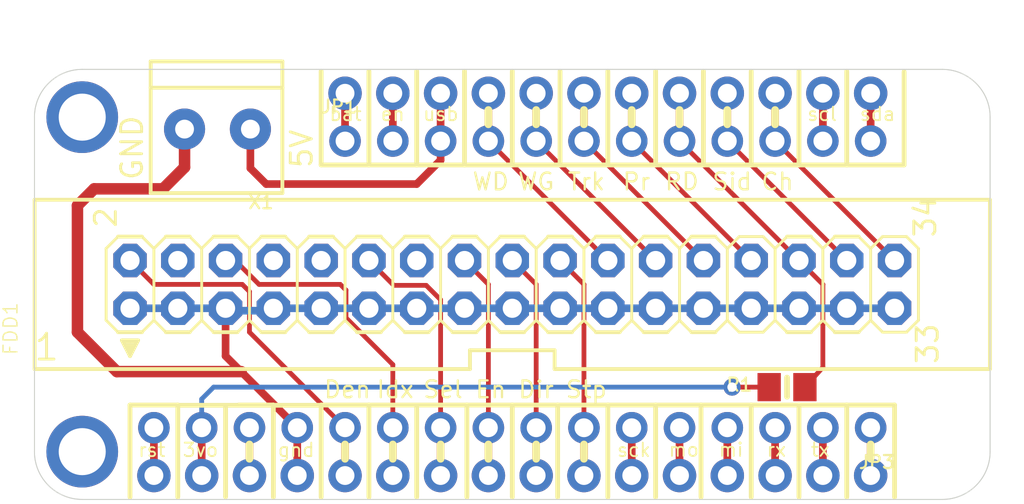
<source format=kicad_pcb>
(kicad_pcb (version 20221018) (generator pcbnew)
  (layers (0 "F.Cu" signal) (31 "B.Cu" signal) (34 "B.Paste" user) (35 "F.Paste" user) (36 "B.SilkS" user "B.Silkscreen") (37 "F.SilkS" user "F.Silkscreen") (38 "B.Mask" user) (39 "F.Mask" user) (44 "Edge.Cuts" user))
  (net 0 "")
  (net 1 "G")
  (net 2 "GND")
  (net 3 "AREF")
  (net 4 "RESET")
  (net 5 "VBAT")
  (net 6 "EN")
  (net 7 "USB")
  (net 8 "SCL")
  (net 9 "SCK")
  (net 10 "MOSI")
  (net 11 "MISO")
  (net 12 "RX")
  (net 13 "TX")
  (net 14 "SDA")
  (net 15 "DENSITY")
  (net 16 "INDEX")
  (net 17 "SELECT")
  (net 18 "ENABLE")
  (net 19 "DIRECTION")
  (net 20 "STEP")
  (net 21 "TRACK0")
  (net 22 "READDATA")
  (net 23 "SIDE")
  (net 24 "CHANGE")
  (net 25 "WRITEDATA")
  (net 26 "WRITEGATE")
  (net 27 "PROT")
  (net 28 "3.3V")
  (footprint "working:0805-NO" (layer "F.Cu") (at 163.1061 110.4646 180)
    (fp_text reference "R1" (at 1.778 0.127) (layer "F.SilkS") (effects (font (size 0.692831 0.692831) (thickness 0.119969)) (justify right)))
    (fp_text value "2.2K")
    (fp_line (start 0 -0.508) (end 0 0.508) (stroke (width 0.3048)) (layer "F.SilkS"))
    (pad "1" smd rect (at -0.95 0 180) (size 1.24 1.5) (layers "F.Cu" "F.Paste" "F.Mask") (net 22 "READDATA"))
    (pad "2" smd rect (at 0.95 0 180) (size 1.24 1.5) (layers "F.Cu" "F.Paste" "F.Mask") (net 28 "3.3V"))
  )
  (footprint "working:1X16_ROUND" (layer "F.Cu") (at 148.5011 112.6236 180)
    (fp_text reference "JP3" (at -20.3962 -1.8288) (layer "F.SilkS") (effects (font (size 0.692831 0.692831) (thickness 0.119969)) (justify right)))
    (fp_text value "")
    (pad "1" thru_hole circle (at -19.05 0 270) (size 1.6764 1.6764) (drill 1) (layers "*.Cu" "*.Mask") (net 1 "G"))
    (pad "2" thru_hole circle (at -16.51 0 270) (size 1.6764 1.6764) (drill 1) (layers "*.Cu" "*.Mask") (net 13 "TX"))
    (pad "3" thru_hole circle (at -13.97 0 270) (size 1.6764 1.6764) (drill 1) (layers "*.Cu" "*.Mask") (net 12 "RX"))
    (pad "4" thru_hole circle (at -11.43 0 270) (size 1.6764 1.6764) (drill 1) (layers "*.Cu" "*.Mask") (net 11 "MISO"))
    (pad "5" thru_hole circle (at -8.89 0 270) (size 1.6764 1.6764) (drill 1) (layers "*.Cu" "*.Mask") (net 10 "MOSI"))
    (pad "6" thru_hole circle (at -6.35 0 270) (size 1.6764 1.6764) (drill 1) (layers "*.Cu" "*.Mask") (net 9 "SCK"))
    (pad "7" thru_hole circle (at -3.81 0 270) (size 1.6764 1.6764) (drill 1) (layers "*.Cu" "*.Mask") (net 20 "STEP"))
    (pad "8" thru_hole circle (at -1.27 0 270) (size 1.6764 1.6764) (drill 1) (layers "*.Cu" "*.Mask") (net 19 "DIRECTION"))
    (pad "9" thru_hole circle (at 1.27 0 270) (size 1.6764 1.6764) (drill 1) (layers "*.Cu" "*.Mask") (net 18 "ENABLE"))
    (pad "10" thru_hole circle (at 3.81 0 270) (size 1.6764 1.6764) (drill 1) (layers "*.Cu" "*.Mask") (net 17 "SELECT"))
    (pad "11" thru_hole circle (at 6.35 0 270) (size 1.6764 1.6764) (drill 1) (layers "*.Cu" "*.Mask") (net 16 "INDEX"))
    (pad "12" thru_hole circle (at 8.89 0 270) (size 1.6764 1.6764) (drill 1) (layers "*.Cu" "*.Mask") (net 15 "DENSITY"))
    (pad "13" thru_hole circle (at 11.43 0 270) (size 1.6764 1.6764) (drill 1) (layers "*.Cu" "*.Mask") (net 2 "GND"))
    (pad "14" thru_hole circle (at 13.97 0 270) (size 1.6764 1.6764) (drill 1) (layers "*.Cu" "*.Mask") (net 3 "AREF"))
    (pad "15" thru_hole circle (at 16.51 0 270) (size 1.6764 1.6764) (drill 1) (layers "*.Cu" "*.Mask") (net 28 "3.3V"))
    (pad "16" thru_hole circle (at 19.05 0 270) (size 1.6764 1.6764) (drill 1) (layers "*.Cu" "*.Mask") (net 4 "RESET"))
  )
  (footprint "working:FEATHERWING" (layer "F.Cu") (at 123.1011 116.4336)
    (fp_text reference "MS1" hide)
    (fp_text value "FEATHERWING" hide)
    (fp_line (start 0 -20.32) (end 0 -2.54) (stroke (width 0.05)) (layer "Edge.Cuts"))
    (fp_line (start 2.54 0) (end 48.26 0) (stroke (width 0.05)) (layer "Edge.Cuts"))
    (fp_line (start 48.26 -22.86) (end 2.54 -22.86) (stroke (width 0.05)) (layer "Edge.Cuts"))
    (fp_line (start 50.8 -2.54) (end 50.8 -20.32) (stroke (width 0.05)) (layer "Edge.Cuts"))
    (fp_arc (start 0 -20.32) (mid 0.743949 -22.116051) (end 2.54 -22.86) (stroke (width 0.05)) (layer "Edge.Cuts"))
    (fp_arc (start 2.54 0) (mid 0.743949 -0.743949) (end 0 -2.54) (stroke (width 0.05)) (layer "Edge.Cuts"))
    (fp_arc (start 48.26 -22.86) (mid 50.056051 -22.116051) (end 50.8 -20.32) (stroke (width 0.05)) (layer "Edge.Cuts"))
    (fp_arc (start 50.8 -2.54) (mid 50.056051 -0.743949) (end 48.26 0) (stroke (width 0.05)) (layer "Edge.Cuts"))
    (pad "" np_thru_hole circle (at 48.26 -20.32) (size 2.54 2.54) (drill 2.54) (layers "*.Cu" "*.Mask"))
    (pad "" np_thru_hole circle (at 48.26 -2.54) (size 2.54 2.54) (drill 2.54) (layers "*.Cu" "*.Mask"))
    (pad "1" thru_hole circle (at 6.35 -1.27) (size 1.778 1.778) (drill 1) (layers "*.Cu" "*.Mask") (net 4 "RESET"))
    (pad "2" thru_hole circle (at 8.89 -1.27) (size 1.778 1.778) (drill 1) (layers "*.Cu" "*.Mask") (net 28 "3.3V"))
    (pad "3" thru_hole circle (at 11.43 -1.27) (size 1.778 1.778) (drill 1) (layers "*.Cu" "*.Mask") (net 3 "AREF"))
    (pad "4" thru_hole circle (at 13.97 -1.27) (size 1.778 1.778) (drill 1) (layers "*.Cu" "*.Mask") (net 2 "GND"))
    (pad "5" thru_hole circle (at 16.51 -1.27) (size 1.778 1.778) (drill 1) (layers "*.Cu" "*.Mask") (net 15 "DENSITY"))
    (pad "6" thru_hole circle (at 19.05 -1.27) (size 1.778 1.778) (drill 1) (layers "*.Cu" "*.Mask") (net 16 "INDEX"))
    (pad "7" thru_hole circle (at 21.59 -1.27) (size 1.778 1.778) (drill 1) (layers "*.Cu" "*.Mask") (net 17 "SELECT"))
    (pad "8" thru_hole circle (at 24.13 -1.27) (size 1.778 1.778) (drill 1) (layers "*.Cu" "*.Mask") (net 18 "ENABLE"))
    (pad "9" thru_hole circle (at 26.67 -1.27) (size 1.778 1.778) (drill 1) (layers "*.Cu" "*.Mask") (net 19 "DIRECTION"))
    (pad "10" thru_hole circle (at 29.21 -1.27) (size 1.778 1.778) (drill 1) (layers "*.Cu" "*.Mask") (net 20 "STEP"))
    (pad "11" thru_hole circle (at 31.75 -1.27) (size 1.778 1.778) (drill 1) (layers "*.Cu" "*.Mask") (net 9 "SCK"))
    (pad "12" thru_hole circle (at 34.29 -1.27) (size 1.778 1.778) (drill 1) (layers "*.Cu" "*.Mask") (net 10 "MOSI"))
    (pad "13" thru_hole circle (at 36.83 -1.27) (size 1.778 1.778) (drill 1) (layers "*.Cu" "*.Mask") (net 11 "MISO"))
    (pad "14" thru_hole circle (at 39.37 -1.27) (size 1.778 1.778) (drill 1) (layers "*.Cu" "*.Mask") (net 12 "RX"))
    (pad "15" thru_hole circle (at 41.91 -1.27) (size 1.778 1.778) (drill 1) (layers "*.Cu" "*.Mask") (net 13 "TX"))
    (pad "16" thru_hole circle (at 44.45 -1.27) (size 1.778 1.778) (drill 1) (layers "*.Cu" "*.Mask") (net 1 "G"))
    (pad "17" thru_hole circle (at 44.45 -21.59) (size 1.778 1.778) (drill 1) (layers "*.Cu" "*.Mask") (net 14 "SDA"))
    (pad "18" thru_hole circle (at 41.91 -21.59) (size 1.778 1.778) (drill 1) (layers "*.Cu" "*.Mask") (net 8 "SCL"))
    (pad "19" thru_hole circle (at 39.37 -21.59) (size 1.778 1.778) (drill 1) (layers "*.Cu" "*.Mask") (net 24 "CHANGE"))
    (pad "20" thru_hole circle (at 36.83 -21.59) (size 1.778 1.778) (drill 1) (layers "*.Cu" "*.Mask") (net 23 "SIDE"))
    (pad "21" thru_hole circle (at 34.29 -21.59) (size 1.778 1.778) (drill 1) (layers "*.Cu" "*.Mask") (net 22 "READDATA"))
    (pad "22" thru_hole circle (at 31.75 -21.59) (size 1.778 1.778) (drill 1) (layers "*.Cu" "*.Mask") (net 27 "PROT"))
    (pad "23" thru_hole circle (at 29.21 -21.59) (size 1.778 1.778) (drill 1) (layers "*.Cu" "*.Mask") (net 21 "TRACK0"))
    (pad "24" thru_hole circle (at 26.67 -21.59) (size 1.778 1.778) (drill 1) (layers "*.Cu" "*.Mask") (net 26 "WRITEGATE"))
    (pad "25" thru_hole circle (at 24.13 -21.59) (size 1.778 1.778) (drill 1) (layers "*.Cu" "*.Mask") (net 25 "WRITEDATA"))
    (pad "26" thru_hole circle (at 21.59 -21.59) (size 1.778 1.778) (drill 1) (layers "*.Cu" "*.Mask") (net 7 "USB"))
    (pad "27" thru_hole circle (at 19.05 -21.59) (size 1.778 1.778) (drill 1) (layers "*.Cu" "*.Mask") (net 6 "EN"))
    (pad "28" thru_hole circle (at 16.51 -21.59) (size 1.778 1.778) (drill 1) (layers "*.Cu" "*.Mask") (net 5 "VBAT"))
    (pad "P$1" thru_hole circle (at 2.54 -20.32) (size 3.81 3.81) (drill 2.5) (layers "*.Cu" "*.Mask"))
    (pad "P$2" thru_hole circle (at 2.54 -2.54) (size 3.81 3.81) (drill 2.5) (layers "*.Cu" "*.Mask"))
  )
  (footprint "working:TERMBLOCK_1X2-3.5MM" (layer "F.Cu") (at 132.8801 96.7486 180)
    (fp_text reference "X1" (at -3 -3.89) (layer "F.SilkS") (effects (font (size 0.692831 0.692831) (thickness 0.119969)) (justify right)))
    (fp_text value "3.5mm")
    (fp_line (start -3.4 -3.4) (end -3.4 2.2) (stroke (width 0.2032)) (layer "F.SilkS"))
    (fp_line (start -3.4 2.2) (end -3.4 3.6) (stroke (width 0.2032)) (layer "F.SilkS"))
    (fp_line (start -3.4 2.2) (end 3.6 2.2) (stroke (width 0.2032)) (layer "F.SilkS"))
    (fp_line (start -3.4 3.6) (end 3.6 3.6) (stroke (width 0.2032)) (layer "F.SilkS"))
    (fp_line (start 3.6 -3.4) (end -3.4 -3.4) (stroke (width 0.2032)) (layer "F.SilkS"))
    (fp_line (start 3.6 2.2) (end 3.6 -3.4) (stroke (width 0.2032)) (layer "F.SilkS"))
    (fp_line (start 3.6 3.6) (end 3.6 2.2) (stroke (width 0.2032)) (layer "F.SilkS"))
    (pad "1" thru_hole circle (at 1.8 0 180) (size 2.1844 2.1844) (drill 1) (layers "*.Cu" "*.Mask") (net 2 "GND"))
    (pad "2" thru_hole circle (at -1.7 0 180) (size 2.1844 2.1844) (drill 1) (layers "*.Cu" "*.Mask") (net 7 "USB"))
  )
  (footprint "working:2X17_FLOPPY_IDC" (layer "F.Cu") (at 148.5011 105.0036 90)
    (fp_text reference "FDD1" (at -3.81 -26.67 90) (layer "F.SilkS") (effects (font (size 0.739648 0.739648) (thickness 0.073152)) (justify left)))
    (fp_text value "FLOPPY_IDC_SHROUDED")
    (fp_text user "1" (at -2.54 -24.003 180) (layer "F.SilkS") (effects (font (size 1.3716 1.3716) (thickness 0.1524)) (justify right top)))
    (fp_line (start -4.5 -25.39) (end -4.5 -2.25) (stroke (width 0.2032)) (layer "F.SilkS"))
    (fp_line (start -4.5 -2.25) (end -3.5 -2.25) (stroke (width 0.2032)) (layer "F.SilkS"))
    (fp_line (start -4.5 2.25) (end -4.5 25.39) (stroke (width 0.2032)) (layer "F.SilkS"))
    (fp_line (start -3.81 -20.32) (end -3.556 -20.32) (stroke (width 0.2032)) (layer "F.SilkS"))
    (fp_line (start -3.81 -20.32) (end -2.9718 -20.7518) (stroke (width 0.2032)) (layer "F.SilkS"))
    (fp_line (start -3.5 -2.25) (end -3.5 2.25) (stroke (width 0.2032)) (layer "F.SilkS"))
    (fp_line (start -3.5 2.25) (end -4.5 2.25) (stroke (width 0.2032)) (layer "F.SilkS"))
    (fp_line (start -2.9718 -20.7518) (end -2.9718 -19.8882) (stroke (width 0.2032)) (layer "F.SilkS"))
    (fp_line (start -2.9718 -19.8882) (end -3.81 -20.32) (stroke (width 0.2032)) (layer "F.SilkS"))
    (fp_line (start -2.54 -20.955) (end -2.54 -19.685) (stroke (width 0.2032)) (layer "F.SilkS"))
    (fp_line (start -2.54 -19.685) (end -1.905 -19.05) (stroke (width 0.1524)) (layer "F.SilkS"))
    (fp_line (start -2.54 -18.415) (end -2.54 -17.145) (stroke (width 0.2032)) (layer "F.SilkS"))
    (fp_line (start -2.54 -17.145) (end -1.905 -16.51) (stroke (width 0.1524)) (layer "F.SilkS"))
    (fp_line (start -2.54 -15.875) (end -2.54 -14.605) (stroke (width 0.2032)) (layer "F.SilkS"))
    (fp_line (start -2.54 -14.605) (end -1.905 -13.97) (stroke (width 0.1524)) (layer "F.SilkS"))
    (fp_line (start -2.54 -13.335) (end -2.54 -12.065) (stroke (width 0.2032)) (layer "F.SilkS"))
    (fp_line (start -2.54 -12.065) (end -1.905 -11.43) (stroke (width 0.1524)) (layer "F.SilkS"))
    (fp_line (start -2.54 -10.795) (end -2.54 -9.525) (stroke (width 0.2032)) (layer "F.SilkS"))
    (fp_line (start -2.54 -9.525) (end -1.905 -8.89) (stroke (width 0.1524)) (layer "F.SilkS"))
    (fp_line (start -2.54 -8.255) (end -2.54 -6.985) (stroke (width 0.2032)) (layer "F.SilkS"))
    (fp_line (start -2.54 -6.985) (end -1.905 -6.35) (stroke (width 0.1524)) (layer "F.SilkS"))
    (fp_line (start -2.54 -4.445) (end -2.54 -5.715) (stroke (width 0.2032)) (layer "F.SilkS"))
    (fp_line (start -2.54 -1.905) (end -2.54 -3.175) (stroke (width 0.2032)) (layer "F.SilkS"))
    (fp_line (start -2.54 0.635) (end -2.54 -0.635) (stroke (width 0.2032)) (layer "F.SilkS"))
    (fp_line (start -2.54 3.175) (end -2.54 1.905) (stroke (width 0.2032)) (layer "F.SilkS"))
    (fp_line (start -2.54 5.715) (end -2.54 4.445) (stroke (width 0.2032)) (layer "F.SilkS"))
    (fp_line (start -2.54 8.255) (end -2.54 6.985) (stroke (width 0.2032)) (layer "F.SilkS"))
    (fp_line (start -2.54 10.795) (end -2.54 9.525) (stroke (width 0.2032)) (layer "F.SilkS"))
    (fp_line (start -2.54 13.335) (end -2.54 12.065) (stroke (width 0.1524)) (layer "F.SilkS"))
    (fp_line (start -2.54 15.875) (end -2.54 14.605) (stroke (width 0.2032)) (layer "F.SilkS"))
    (fp_line (start -2.54 18.415) (end -2.54 17.145) (stroke (width 0.2032)) (layer "F.SilkS"))
    (fp_line (start -2.54 20.955) (end -2.54 19.685) (stroke (width 0.1524)) (layer "F.SilkS"))
    (fp_line (start -1.905 -21.59) (end -2.54 -20.955) (stroke (width 0.1524)) (layer "F.SilkS"))
    (fp_line (start -1.905 -21.59) (end 1.905 -21.59) (stroke (width 0.1524)) (layer "F.SilkS"))
    (fp_line (start -1.905 -19.05) (end -2.54 -18.415) (stroke (width 0.1524)) (layer "F.SilkS"))
    (fp_line (start -1.905 -16.51) (end -2.54 -15.875) (stroke (width 0.1524)) (layer "F.SilkS"))
    (fp_line (start -1.905 -13.97) (end -2.54 -13.335) (stroke (width 0.1524)) (layer "F.SilkS"))
    (fp_line (start -1.905 -11.43) (end -2.54 -10.795) (stroke (width 0.1524)) (layer "F.SilkS"))
    (fp_line (start -1.905 -8.89) (end -2.54 -8.255) (stroke (width 0.1524)) (layer "F.SilkS"))
    (fp_line (start -1.905 -6.35) (end -2.54 -5.715) (stroke (width 0.1524)) (layer "F.SilkS"))
    (fp_line (start -1.905 -3.81) (end -2.54 -4.445) (stroke (width 0.1524)) (layer "F.SilkS"))
    (fp_line (start -1.905 -3.81) (end -2.54 -3.175) (stroke (width 0.1524)) (layer "F.SilkS"))
    (fp_line (start -1.905 -1.27) (end -2.54 -1.905) (stroke (width 0.1524)) (layer "F.SilkS"))
    (fp_line (start -1.905 -1.27) (end -2.54 -0.635) (stroke (width 0.1524)) (layer "F.SilkS"))
    (fp_line (start -1.905 1.27) (end -2.54 0.635) (stroke (width 0.1524)) (layer "F.SilkS"))
    (fp_line (start -1.905 1.27) (end -2.54 1.905) (stroke (width 0.1524)) (layer "F.SilkS"))
    (fp_line (start -1.905 3.81) (end -2.54 3.175) (stroke (width 0.1524)) (layer "F.SilkS"))
    (fp_line (start -1.905 3.81) (end -2.54 4.445) (stroke (width 0.1524)) (layer "F.SilkS"))
    (fp_line (start -1.905 6.35) (end -2.54 5.715) (stroke (width 0.1524)) (layer "F.SilkS"))
    (fp_line (start -1.905 6.35) (end -2.54 6.985) (stroke (width 0.1524)) (layer "F.SilkS"))
    (fp_line (start -1.905 8.89) (end -2.54 8.255) (stroke (width 0.1524)) (layer "F.SilkS"))
    (fp_line (start -1.905 8.89) (end -2.54 9.525) (stroke (width 0.1524)) (layer "F.SilkS"))
    (fp_line (start -1.905 11.43) (end -2.54 10.795) (stroke (width 0.1524)) (layer "F.SilkS"))
    (fp_line (start -1.905 11.43) (end -2.54 12.065) (stroke (width 0.1524)) (layer "F.SilkS"))
    (fp_line (start -1.905 13.97) (end -2.54 13.335) (stroke (width 0.1524)) (layer "F.SilkS"))
    (fp_line (start -1.905 13.97) (end -2.54 14.605) (stroke (width 0.1524)) (layer "F.SilkS"))
    (fp_line (start -1.905 16.51) (end -2.54 15.875) (stroke (width 0.1524)) (layer "F.SilkS"))
    (fp_line (start -1.905 16.51) (end -2.54 17.145) (stroke (width 0.1524)) (layer "F.SilkS"))
    (fp_line (start -1.905 19.05) (end -2.54 18.415) (stroke (width 0.1524)) (layer "F.SilkS"))
    (fp_line (start -1.905 19.05) (end -2.54 19.685) (stroke (width 0.1524)) (layer "F.SilkS"))
    (fp_line (start -1.905 21.59) (end -2.54 20.955) (stroke (width 0.1524)) (layer "F.SilkS"))
    (fp_line (start 1.905 -21.59) (end 2.54 -20.955) (stroke (width 0.1524)) (layer "F.SilkS"))
    (fp_line (start 1.905 -19.05) (end -1.905 -19.05) (stroke (width 0.1524)) (layer "F.SilkS"))
    (fp_line (start 1.905 -19.05) (end 2.54 -18.415) (stroke (width 0.1524)) (layer "F.SilkS"))
    (fp_line (start 1.905 -16.51) (end -1.905 -16.51) (stroke (width 0.1524)) (layer "F.SilkS"))
    (fp_line (start 1.905 -16.51) (end 2.54 -15.875) (stroke (width 0.1524)) (layer "F.SilkS"))
    (fp_line (start 1.905 -13.97) (end -1.905 -13.97) (stroke (width 0.1524)) (layer "F.SilkS"))
    (fp_line (start 1.905 -13.97) (end 2.54 -13.335) (stroke (width 0.1524)) (layer "F.SilkS"))
    (fp_line (start 1.905 -11.43) (end -1.905 -11.43) (stroke (width 0.1524)) (layer "F.SilkS"))
    (fp_line (start 1.905 -11.43) (end 2.54 -10.795) (stroke (width 0.1524)) (layer "F.SilkS"))
    (fp_line (start 1.905 -8.89) (end -1.905 -8.89) (stroke (width 0.1524)) (layer "F.SilkS"))
    (fp_line (start 1.905 -8.89) (end 2.54 -8.255) (stroke (width 0.1524)) (layer "F.SilkS"))
    (fp_line (start 1.905 -6.35) (end -1.905 -6.35) (stroke (width 0.1524)) (layer "F.SilkS"))
    (fp_line (start 1.905 -6.35) (end 2.54 -5.715) (stroke (width 0.1524)) (layer "F.SilkS"))
    (fp_line (start 1.905 -3.81) (end -1.905 -3.81) (stroke (width 0.1524)) (layer "F.SilkS"))
    (fp_line (start 1.905 -3.81) (end 2.54 -3.175) (stroke (width 0.1524)) (layer "F.SilkS"))
    (fp_line (start 1.905 -1.27) (end -1.905 -1.27) (stroke (width 0.1524)) (layer "F.SilkS"))
    (fp_line (start 1.905 -1.27) (end 2.54 -0.635) (stroke (width 0.1524)) (layer "F.SilkS"))
    (fp_line (start 1.905 1.27) (end -1.905 1.27) (stroke (width 0.1524)) (layer "F.SilkS"))
    (fp_line (start 1.905 1.27) (end 2.54 1.905) (stroke (width 0.1524)) (layer "F.SilkS"))
    (fp_line (start 1.905 3.81) (end -1.905 3.81) (stroke (width 0.1524)) (layer "F.SilkS"))
    (fp_line (start 1.905 3.81) (end 2.54 4.445) (stroke (width 0.1524)) (layer "F.SilkS"))
    (fp_line (start 1.905 6.35) (end -1.905 6.35) (stroke (width 0.1524)) (layer "F.SilkS"))
    (fp_line (start 1.905 6.35) (end 2.54 6.985) (stroke (width 0.1524)) (layer "F.SilkS"))
    (fp_line (start 1.905 8.89) (end -1.905 8.89) (stroke (width 0.1524)) (layer "F.SilkS"))
    (fp_line (start 1.905 8.89) (end 2.54 8.255) (stroke (width 0.1524)) (layer "F.SilkS"))
    (fp_line (start 1.905 8.89) (end 2.54 9.525) (stroke (width 0.1524)) (layer "F.SilkS"))
    (fp_line (start 1.905 11.43) (end -1.905 11.43) (stroke (width 0.1524)) (layer "F.SilkS"))
    (fp_line (start 1.905 11.43) (end 2.54 12.065) (stroke (width 0.1524)) (layer "F.SilkS"))
    (fp_line (start 1.905 13.97) (end -1.905 13.97) (stroke (width 0.1524)) (layer "F.SilkS"))
    (fp_line (start 1.905 13.97) (end 2.54 14.605) (stroke (width 0.1524)) (layer "F.SilkS"))
    (fp_line (start 1.905 16.51) (end -1.905 16.51) (stroke (width 0.1524)) (layer "F.SilkS"))
    (fp_line (start 1.905 16.51) (end 2.54 15.875) (stroke (width 0.1524)) (layer "F.SilkS"))
    (fp_line (start 1.905 16.51) (end 2.54 17.145) (stroke (width 0.1524)) (layer "F.SilkS"))
    (fp_line (start 1.905 19.05) (end -1.905 19.05) (stroke (width 0.1524)) (layer "F.SilkS"))
    (fp_line (start 1.905 19.05) (end 2.54 19.685) (stroke (width 0.1524)) (layer "F.SilkS"))
    (fp_line (start 1.905 21.59) (end -1.905 21.59) (stroke (width 0.1524)) (layer "F.SilkS"))
    (fp_line (start 2.54 -20.955) (end 2.54 -19.685) (stroke (width 0.2032)) (layer "F.SilkS"))
    (fp_line (start 2.54 -19.685) (end 1.905 -19.05) (stroke (width 0.1524)) (layer "F.SilkS"))
    (fp_line (start 2.54 -18.415) (end 2.54 -17.145) (stroke (width 0.2032)) (layer "F.SilkS"))
    (fp_line (start 2.54 -17.145) (end 1.905 -16.51) (stroke (width 0.1524)) (layer "F.SilkS"))
    (fp_line (start 2.54 -15.875) (end 2.54 -14.605) (stroke (width 0.2032)) (layer "F.SilkS"))
    (fp_line (start 2.54 -14.605) (end 1.905 -13.97) (stroke (width 0.1524)) (layer "F.SilkS"))
    (fp_line (start 2.54 -13.335) (end 2.54 -12.065) (stroke (width 0.2032)) (layer "F.SilkS"))
    (fp_line (start 2.54 -12.065) (end 1.905 -11.43) (stroke (width 0.1524)) (layer "F.SilkS"))
    (fp_line (start 2.54 -10.795) (end 2.54 -9.525) (stroke (width 0.2032)) (layer "F.SilkS"))
    (fp_line (start 2.54 -9.525) (end 1.905 -8.89) (stroke (width 0.1524)) (layer "F.SilkS"))
    (fp_line (start 2.54 -8.255) (end 2.54 -6.985) (stroke (width 0.2032)) (layer "F.SilkS"))
    (fp_line (start 2.54 -6.985) (end 1.905 -6.35) (stroke (width 0.1524)) (layer "F.SilkS"))
    (fp_line (start 2.54 -5.715) (end 2.54 -4.445) (stroke (width 0.2032)) (layer "F.SilkS"))
    (fp_line (start 2.54 -4.445) (end 1.905 -3.81) (stroke (width 0.1524)) (layer "F.SilkS"))
    (fp_line (start 2.54 -3.175) (end 2.54 -1.905) (stroke (width 0.2032)) (layer "F.SilkS"))
    (fp_line (start 2.54 -1.905) (end 1.905 -1.27) (stroke (width 0.1524)) (layer "F.SilkS"))
    (fp_line (start 2.54 -0.635) (end 2.54 0.635) (stroke (width 0.2032)) (layer "F.SilkS"))
    (fp_line (start 2.54 0.635) (end 1.905 1.27) (stroke (width 0.1524)) (layer "F.SilkS"))
    (fp_line (start 2.54 1.905) (end 2.54 3.175) (stroke (width 0.2032)) (layer "F.SilkS"))
    (fp_line (start 2.54 3.175) (end 1.905 3.81) (stroke (width 0.1524)) (layer "F.SilkS"))
    (fp_line (start 2.54 4.445) (end 2.54 5.715) (stroke (width 0.2032)) (layer "F.SilkS"))
    (fp_line (start 2.54 5.715) (end 1.905 6.35) (stroke (width 0.1524)) (layer "F.SilkS"))
    (fp_line (start 2.54 6.985) (end 2.54 8.255) (stroke (width 0.2032)) (layer "F.SilkS"))
    (fp_line (start 2.54 10.795) (end 1.905 11.43) (stroke (width 0.1524)) (layer "F.SilkS"))
    (fp_line (start 2.54 10.795) (end 2.54 9.525) (stroke (width 0.2032)) (layer "F.SilkS"))
    (fp_line (start 2.54 13.335) (end 1.905 13.97) (stroke (width 0.1524)) (layer "F.SilkS"))
    (fp_line (start 2.54 13.335) (end 2.54 12.065) (stroke (width 0.1524)) (layer "F.SilkS"))
    (fp_line (start 2.54 14.605) (end 2.54 15.875) (stroke (width 0.2032)) (layer "F.SilkS"))
    (fp_line (start 2.54 18.415) (end 1.905 19.05) (stroke (width 0.1524)) (layer "F.SilkS"))
    (fp_line (start 2.54 18.415) (end 2.54 17.145) (stroke (width 0.2032)) (layer "F.SilkS"))
    (fp_line (start 2.54 20.955) (end 1.905 21.59) (stroke (width 0.1524)) (layer "F.SilkS"))
    (fp_line (start 2.54 20.955) (end 2.54 19.685) (stroke (width 0.1524)) (layer "F.SilkS"))
    (fp_line (start 4.5 -25.39) (end -4.5 -25.39) (stroke (width 0.2032)) (layer "F.SilkS"))
    (fp_line (start 4.5 25.39) (end -4.5 25.39) (stroke (width 0.2032)) (layer "F.SilkS"))
    (fp_line (start 4.5 25.39) (end 4.5 -25.39) (stroke (width 0.2032)) (layer "F.SilkS"))
    (fp_poly (pts (xy -3.6068 -20.447) (xy -3.6068 -20.193) (xy -3.3528 -20.193) (xy -3.3528 -20.447)) (fill solid) (layer "F.SilkS"))
    (fp_poly (pts (xy -3.4036 -20.574) (xy -3.4036 -20.066) (xy -3.1496 -20.066) (xy -3.1496 -20.574)) (fill solid) (layer "F.SilkS"))
    (fp_poly (pts (xy -3.1496 -20.701) (xy -3.1496 -20.32) (xy -3.0226 -20.32) (xy -3.0226 -20.701)) (fill solid) (layer "F.SilkS"))
    (fp_poly (pts (xy -3.1496 -20.32) (xy -3.1496 -19.939) (xy -3.0226 -19.939) (xy -3.0226 -20.32)) (fill solid) (layer "F.SilkS"))
    (pad "1" thru_hole roundrect (at -1.27 -20.32) (size 1.778 1.778) (drill 1.016) (layers "*.Cu" "*.Mask") (chamfer_ratio 0.2928932188) (chamfer top_left top_right bottom_left bottom_right) (net 2 "GND"))
    (pad "2" thru_hole roundrect (at 1.27 -20.32) (size 1.778 1.778) (drill 1.016) (layers "*.Cu" "*.Mask") (chamfer_ratio 0.2928932188) (chamfer top_left top_right bottom_left bottom_right) (net 15 "DENSITY"))
    (pad "3" thru_hole roundrect (at -1.27 -17.78) (size 1.778 1.778) (drill 1.016) (layers "*.Cu" "*.Mask") (chamfer_ratio 0.2928932188) (chamfer top_left top_right bottom_left bottom_right) (net 2 "GND"))
    (pad "4" thru_hole roundrect (at 1.27 -17.78) (size 1.778 1.778) (drill 1.016) (layers "*.Cu" "*.Mask") (chamfer_ratio 0.2928932188) (chamfer top_left top_right bottom_left bottom_right))
    (pad "5" thru_hole roundrect (at -1.27 -15.24) (size 1.778 1.778) (drill 1.016) (layers "*.Cu" "*.Mask") (chamfer_ratio 0.2928932188) (chamfer top_left top_right bottom_left bottom_right) (net 2 "GND"))
    (pad "6" thru_hole roundrect (at 1.27 -15.24) (size 1.778 1.778) (drill 1.016) (layers "*.Cu" "*.Mask") (chamfer_ratio 0.2928932188) (chamfer top_left top_right bottom_left bottom_right) (net 16 "INDEX"))
    (pad "7" thru_hole roundrect (at -1.27 -12.7) (size 1.778 1.778) (drill 1.016) (layers "*.Cu" "*.Mask") (chamfer_ratio 0.2928932188) (chamfer top_left top_right bottom_left bottom_right) (net 2 "GND"))
    (pad "8" thru_hole roundrect (at 1.27 -12.7) (size 1.778 1.778) (drill 1.016) (layers "*.Cu" "*.Mask") (chamfer_ratio 0.2928932188) (chamfer top_left top_right bottom_left bottom_right))
    (pad "9" thru_hole roundrect (at -1.27 -10.16) (size 1.778 1.778) (drill 1.016) (layers "*.Cu" "*.Mask") (chamfer_ratio 0.2928932188) (chamfer top_left top_right bottom_left bottom_right) (net 2 "GND"))
    (pad "10" thru_hole roundrect (at 1.27 -10.16) (size 1.778 1.778) (drill 1.016) (layers "*.Cu" "*.Mask") (chamfer_ratio 0.2928932188) (chamfer top_left top_right bottom_left bottom_right))
    (pad "11" thru_hole roundrect (at -1.27 -7.62) (size 1.778 1.778) (drill 1.016) (layers "*.Cu" "*.Mask") (chamfer_ratio 0.2928932188) (chamfer top_left top_right bottom_left bottom_right) (net 2 "GND"))
    (pad "12" thru_hole roundrect (at 1.27 -7.62) (size 1.778 1.778) (drill 1.016) (layers "*.Cu" "*.Mask") (chamfer_ratio 0.2928932188) (chamfer top_left top_right bottom_left bottom_right) (net 17 "SELECT"))
    (pad "13" thru_hole roundrect (at -1.27 -5.08) (size 1.778 1.778) (drill 1.016) (layers "*.Cu" "*.Mask") (chamfer_ratio 0.2928932188) (chamfer top_left top_right bottom_left bottom_right) (net 2 "GND"))
    (pad "14" thru_hole roundrect (at 1.27 -5.08) (size 1.778 1.778) (drill 1.016) (layers "*.Cu" "*.Mask") (chamfer_ratio 0.2928932188) (chamfer top_left top_right bottom_left bottom_right))
    (pad "15" thru_hole roundrect (at -1.27 -2.54) (size 1.778 1.778) (drill 1.016) (layers "*.Cu" "*.Mask") (chamfer_ratio 0.2928932188) (chamfer top_left top_right bottom_left bottom_right) (net 2 "GND"))
    (pad "16" thru_hole roundrect (at 1.27 -2.54) (size 1.778 1.778) (drill 1.016) (layers "*.Cu" "*.Mask") (chamfer_ratio 0.2928932188) (chamfer top_left top_right bottom_left bottom_right) (net 18 "ENABLE"))
    (pad "17" thru_hole roundrect (at -1.27 0) (size 1.778 1.778) (drill 1.016) (layers "*.Cu" "*.Mask") (chamfer_ratio 0.2928932188) (chamfer top_left top_right bottom_left bottom_right) (net 2 "GND"))
    (pad "18" thru_hole roundrect (at 1.27 0) (size 1.778 1.778) (drill 1.016) (layers "*.Cu" "*.Mask") (chamfer_ratio 0.2928932188) (chamfer top_left top_right bottom_left bottom_right) (net 19 "DIRECTION"))
    (pad "19" thru_hole roundrect (at -1.27 2.54) (size 1.778 1.778) (drill 1.016) (layers "*.Cu" "*.Mask") (chamfer_ratio 0.2928932188) (chamfer top_left top_right bottom_left bottom_right) (net 2 "GND"))
    (pad "20" thru_hole roundrect (at 1.27 2.54) (size 1.778 1.778) (drill 1.016) (layers "*.Cu" "*.Mask") (chamfer_ratio 0.2928932188) (chamfer top_left top_right bottom_left bottom_right) (net 20 "STEP"))
    (pad "21" thru_hole roundrect (at -1.27 5.08) (size 1.778 1.778) (drill 1.016) (layers "*.Cu" "*.Mask") (chamfer_ratio 0.2928932188) (chamfer top_left top_right bottom_left bottom_right) (net 2 "GND"))
    (pad "22" thru_hole roundrect (at 1.27 5.08) (size 1.778 1.778) (drill 1.016) (layers "*.Cu" "*.Mask") (chamfer_ratio 0.2928932188) (chamfer top_left top_right bottom_left bottom_right) (net 25 "WRITEDATA"))
    (pad "23" thru_hole roundrect (at -1.27 7.62) (size 1.778 1.778) (drill 1.016) (layers "*.Cu" "*.Mask") (chamfer_ratio 0.2928932188) (chamfer top_left top_right bottom_left bottom_right) (net 2 "GND"))
    (pad "24" thru_hole roundrect (at 1.27 7.62) (size 1.778 1.778) (drill 1.016) (layers "*.Cu" "*.Mask") (chamfer_ratio 0.2928932188) (chamfer top_left top_right bottom_left bottom_right) (net 26 "WRITEGATE"))
    (pad "25" thru_hole roundrect (at -1.27 10.16) (size 1.778 1.778) (drill 1.016) (layers "*.Cu" "*.Mask") (chamfer_ratio 0.2928932188) (chamfer top_left top_right bottom_left bottom_right) (net 2 "GND"))
    (pad "26" thru_hole roundrect (at 1.27 10.16) (size 1.778 1.778) (drill 1.016) (layers "*.Cu" "*.Mask") (chamfer_ratio 0.2928932188) (chamfer top_left top_right bottom_left bottom_right) (net 21 "TRACK0"))
    (pad "27" thru_hole roundrect (at -1.27 12.7) (size 1.778 1.778) (drill 1.016) (layers "*.Cu" "*.Mask") (chamfer_ratio 0.2928932188) (chamfer top_left top_right bottom_left bottom_right) (net 2 "GND"))
    (pad "28" thru_hole roundrect (at 1.27 12.7) (size 1.778 1.778) (drill 1.016) (layers "*.Cu" "*.Mask") (chamfer_ratio 0.2928932188) (chamfer top_left top_right bottom_left bottom_right) (net 27 "PROT"))
    (pad "29" thru_hole roundrect (at -1.27 15.24) (size 1.778 1.778) (drill 1.016) (layers "*.Cu" "*.Mask") (chamfer_ratio 0.2928932188) (chamfer top_left top_right bottom_left bottom_right) (net 2 "GND"))
    (pad "30" thru_hole roundrect (at 1.27 15.24) (size 1.778 1.778) (drill 1.016) (layers "*.Cu" "*.Mask") (chamfer_ratio 0.2928932188) (chamfer top_left top_right bottom_left bottom_right) (net 22 "READDATA"))
    (pad "31" thru_hole roundrect (at -1.27 17.78) (size 1.778 1.778) (drill 1.016) (layers "*.Cu" "*.Mask") (chamfer_ratio 0.2928932188) (chamfer top_left top_right bottom_left bottom_right) (net 2 "GND"))
    (pad "32" thru_hole roundrect (at 1.27 17.78) (size 1.778 1.778) (drill 1.016) (layers "*.Cu" "*.Mask") (chamfer_ratio 0.2928932188) (chamfer top_left top_right bottom_left bottom_right) (net 23 "SIDE"))
    (pad "33" thru_hole roundrect (at -1.27 20.32) (size 1.778 1.778) (drill 1.016) (layers "*.Cu" "*.Mask") (chamfer_ratio 0.2928932188) (chamfer top_left top_right bottom_left bottom_right) (net 2 "GND"))
    (pad "34" thru_hole roundrect (at 1.27 20.32) (size 1.778 1.778) (drill 1.016) (layers "*.Cu" "*.Mask") (chamfer_ratio 0.2928932188) (chamfer top_left top_right bottom_left bottom_right) (net 24 "CHANGE"))
  )
  (footprint "working:1X12_ROUND" (layer "F.Cu") (at 153.5811 97.3836)
    (fp_text reference "JP1" (at -15.3162 -1.8288) (layer "F.SilkS") (effects (font (size 0.692831 0.692831) (thickness 0.119969)) (justify left)))
    (fp_text value "")
    (pad "1" thru_hole circle (at -13.97 0 90) (size 1.6764 1.6764) (drill 1) (layers "*.Cu" "*.Mask") (net 5 "VBAT"))
    (pad "2" thru_hole circle (at -11.43 0 90) (size 1.6764 1.6764) (drill 1) (layers "*.Cu" "*.Mask") (net 6 "EN"))
    (pad "3" thru_hole circle (at -8.89 0 90) (size 1.6764 1.6764) (drill 1) (layers "*.Cu" "*.Mask") (net 7 "USB"))
    (pad "4" thru_hole circle (at -6.35 0 90) (size 1.6764 1.6764) (drill 1) (layers "*.Cu" "*.Mask") (net 25 "WRITEDATA"))
    (pad "5" thru_hole circle (at -3.81 0 90) (size 1.6764 1.6764) (drill 1) (layers "*.Cu" "*.Mask") (net 26 "WRITEGATE"))
    (pad "6" thru_hole circle (at -1.27 0 90) (size 1.6764 1.6764) (drill 1) (layers "*.Cu" "*.Mask") (net 21 "TRACK0"))
    (pad "7" thru_hole circle (at 1.27 0 90) (size 1.6764 1.6764) (drill 1) (layers "*.Cu" "*.Mask") (net 27 "PROT"))
    (pad "8" thru_hole circle (at 3.81 0 90) (size 1.6764 1.6764) (drill 1) (layers "*.Cu" "*.Mask") (net 22 "READDATA"))
    (pad "9" thru_hole circle (at 6.35 0 90) (size 1.6764 1.6764) (drill 1) (layers "*.Cu" "*.Mask") (net 23 "SIDE"))
    (pad "10" thru_hole circle (at 8.89 0 90) (size 1.6764 1.6764) (drill 1) (layers "*.Cu" "*.Mask") (net 24 "CHANGE"))
    (pad "11" thru_hole circle (at 11.43 0 90) (size 1.6764 1.6764) (drill 1) (layers "*.Cu" "*.Mask") (net 8 "SCL"))
    (pad "12" thru_hole circle (at 13.97 0 90) (size 1.6764 1.6764) (drill 1) (layers "*.Cu" "*.Mask") (net 14 "SDA"))
  )
  (gr_line (start 138.3411 98.6536) (end 138.3411 93.6752) (stroke (width 0.254)) (layer "F.SilkS"))
  (gr_line (start 159.9311 95.7326) (end 159.9311 96.4946) (stroke (width 0.4064)) (layer "F.SilkS"))
  (gr_line (start 140.8811 116.3066) (end 140.8811 111.4171) (stroke (width 0.254)) (layer "F.SilkS"))
  (gr_line (start 143.4211 98.6536) (end 145.9611 98.6536) (stroke (width 0.254)) (layer "F.SilkS"))
  (gr_line (start 130.7211 116.3066) (end 130.7211 111.4171) (stroke (width 0.254)) (layer "F.SilkS"))
  (gr_line (start 161.2011 111.4171) (end 163.7411 111.4171) (stroke (width 0.254)) (layer "F.SilkS"))
  (gr_line (start 156.1211 93.6752) (end 156.1211 98.6536) (stroke (width 0.254)) (layer "F.SilkS"))
  (gr_line (start 156.1211 98.6536) (end 158.6611 98.6536) (stroke (width 0.254)) (layer "F.SilkS"))
  (gr_line (start 144.6911 113.5126) (end 144.6911 114.2746) (stroke (width 0.4064)) (layer "F.SilkS"))
  (gr_line (start 149.7711 113.5126) (end 149.7711 114.2746) (stroke (width 0.4064)) (layer "F.SilkS"))
  (gr_line (start 148.5011 98.6536) (end 151.0411 98.6536) (stroke (width 0.254)) (layer "F.SilkS"))
  (gr_line (start 151.0411 98.6536) (end 156.1211 98.6536) (stroke (width 0.254)) (layer "F.SilkS"))
  (gr_line (start 145.9611 98.6536) (end 145.9611 93.6752) (stroke (width 0.254)) (layer "F.SilkS"))
  (gr_line (start 152.3111 113.5126) (end 152.3111 114.2746) (stroke (width 0.4064)) (layer "F.SilkS"))
  (gr_line (start 158.5341 111.4171) (end 158.5341 116.3066) (stroke (width 0.254)) (layer "F.SilkS"))
  (gr_line (start 149.7711 95.7326) (end 149.7711 96.4946) (stroke (width 0.4064)) (layer "F.SilkS"))
  (gr_line (start 158.6611 93.6752) (end 158.6611 98.6536) (stroke (width 0.254)) (layer "F.SilkS"))
  (gr_line (start 140.8811 111.4171) (end 138.3411 111.4171) (stroke (width 0.254)) (layer "F.SilkS"))
  (gr_line (start 167.5511 113.5126) (end 167.5511 114.2746) (stroke (width 0.4064)) (layer "F.SilkS"))
  (gr_line (start 163.7411 111.4171) (end 166.2811 111.4171) (stroke (width 0.254)) (layer "F.SilkS"))
  (gr_line (start 135.8011 116.3066) (end 135.8011 111.4171) (stroke (width 0.254)) (layer "F.SilkS"))
  (gr_line (start 162.4711 95.7326) (end 162.4711 96.4946) (stroke (width 0.4064)) (layer "F.SilkS"))
  (gr_line (start 163.7411 111.4171) (end 163.7411 116.3066) (stroke (width 0.254)) (layer "F.SilkS"))
  (gr_line (start 163.7411 98.6536) (end 166.2811 98.6536) (stroke (width 0.254)) (layer "F.SilkS"))
  (gr_line (start 148.5011 98.6536) (end 148.5011 93.6752) (stroke (width 0.254)) (layer "F.SilkS"))
  (gr_line (start 161.2011 93.6752) (end 161.2011 98.6536) (stroke (width 0.254)) (layer "F.SilkS"))
  (gr_line (start 130.6957 111.4298) (end 138.3157 111.4298) (stroke (width 0.254)) (layer "F.SilkS"))
  (gr_line (start 157.3911 95.7326) (end 157.3911 96.4946) (stroke (width 0.4064)) (layer "F.SilkS"))
  (gr_line (start 145.9611 98.6536) (end 148.5011 98.6536) (stroke (width 0.254)) (layer "F.SilkS"))
  (gr_line (start 153.5811 116.3066) (end 153.5811 111.4171) (stroke (width 0.254)) (layer "F.SilkS"))
  (gr_line (start 147.2311 95.7326) (end 147.2311 96.4946) (stroke (width 0.4064)) (layer "F.SilkS"))
  (gr_line (start 138.3411 98.6536) (end 140.8811 98.6536) (stroke (width 0.254)) (layer "F.SilkS"))
  (gr_line (start 156.1211 116.3066) (end 156.1211 111.4171) (stroke (width 0.254)) (layer "F.SilkS"))
  (gr_line (start 158.6611 98.6536) (end 161.2011 98.6536) (stroke (width 0.254)) (layer "F.SilkS"))
  (gr_line (start 134.5311 113.5126) (end 134.5311 114.2746) (stroke (width 0.4064)) (layer "F.SilkS"))
  (gr_line (start 166.2811 93.6752) (end 166.2811 98.6536) (stroke (width 0.254)) (layer "F.SilkS"))
  (gr_line (start 161.2011 98.6536) (end 163.7411 98.6536) (stroke (width 0.254)) (layer "F.SilkS"))
  (gr_line (start 147.2311 113.5126) (end 147.2311 114.2746) (stroke (width 0.4064)) (layer "F.SilkS"))
  (gr_line (start 148.5011 111.4171) (end 148.5011 116.3066) (stroke (width 0.254)) (layer "F.SilkS"))
  (gr_line (start 146.0881 116.3066) (end 146.0881 111.4171) (stroke (width 0.254)) (layer "F.SilkS"))
  (gr_line (start 166.2811 98.6536) (end 169.3291 98.6536) (stroke (width 0.254)) (layer "F.SilkS"))
  (gr_line (start 151.0411 93.6752) (end 151.0411 98.6536) (stroke (width 0.254)) (layer "F.SilkS"))
  (gr_line (start 143.4211 93.6752) (end 143.4211 98.6536) (stroke (width 0.254)) (layer "F.SilkS"))
  (gr_line (start 146.0881 111.4171) (end 140.8811 111.4171) (stroke (width 0.254)) (layer "F.SilkS"))
  (gr_line (start 163.7411 93.6752) (end 163.7411 98.6536) (stroke (width 0.254)) (layer "F.SilkS"))
  (gr_line (start 169.3291 98.6536) (end 169.3291 93.7006) (stroke (width 0.254)) (layer "F.SilkS"))
  (gr_line (start 158.5341 111.4171) (end 161.2011 111.4171) (stroke (width 0.254)) (layer "F.SilkS"))
  (gr_line (start 140.8811 98.6536) (end 143.4211 98.6536) (stroke (width 0.254)) (layer "F.SilkS"))
  (gr_line (start 153.5811 98.5266) (end 153.5811 93.6752) (stroke (width 0.254)) (layer "F.SilkS"))
  (gr_line (start 142.1511 113.5126) (end 142.1511 114.2746) (stroke (width 0.4064)) (layer "F.SilkS"))
  (gr_line (start 161.2011 111.4171) (end 161.2011 116.3066) (stroke (width 0.254)) (layer "F.SilkS"))
  (gr_line (start 152.3111 95.7326) (end 152.3111 96.4946) (stroke (width 0.4064)) (layer "F.SilkS"))
  (gr_line (start 153.5811 111.4171) (end 150.9141 111.4171) (stroke (width 0.254)) (layer "F.SilkS"))
  (gr_line (start 156.1211 111.4171) (end 153.5811 111.4171) (stroke (width 0.254)) (layer "F.SilkS"))
  (gr_line (start 158.5341 111.4171) (end 156.1211 111.4171) (stroke (width 0.254)) (layer "F.SilkS"))
  (gr_line (start 143.4211 111.5441) (end 143.4211 116.3066) (stroke (width 0.254)) (layer "F.SilkS"))
  (gr_line (start 139.6111 113.5126) (end 139.6111 114.2746) (stroke (width 0.4064)) (layer "F.SilkS"))
  (gr_line (start 135.8011 111.4171) (end 133.9596 111.4171) (stroke (width 0.254)) (layer "F.SilkS"))
  (gr_line (start 150.9141 111.4171) (end 150.9141 116.3066) (stroke (width 0.254)) (layer "F.SilkS"))
  (gr_line (start 130.7211 111.4171) (end 128.1811 111.4171) (stroke (width 0.254)) (layer "F.SilkS"))
  (gr_line (start 138.3411 116.3066) (end 138.3411 111.4171) (stroke (width 0.254)) (layer "F.SilkS"))
  (gr_line (start 166.2811 111.4171) (end 166.2811 116.3066) (stroke (width 0.254)) (layer "F.SilkS"))
  (gr_line (start 166.2811 111.4171) (end 168.8211 111.4171) (stroke (width 0.254)) (layer "F.SilkS"))
  (gr_line (start 133.2611 111.4806) (end 133.2611 116.2939) (stroke (width 0.254)) (layer "F.SilkS"))
  (gr_line (start 140.8811 93.6752) (end 140.8811 98.6536) (stroke (width 0.254)) (layer "F.SilkS"))
  (gr_line (start 150.9141 111.4171) (end 148.5011 111.4171) (stroke (width 0.254)) (layer "F.SilkS"))
  (gr_line (start 148.5011 111.4171) (end 146.0881 111.4171) (stroke (width 0.254)) (layer "F.SilkS"))
  (gr_line (start 154.8511 95.7326) (end 154.8511 96.4946) (stroke (width 0.4064)) (layer "F.SilkS"))
  (gr_line (start 128.1811 111.4171) (end 128.1811 116.3066) (stroke (width 0.254)) (layer "F.SilkS"))
  (gr_line (start 168.8211 111.4171) (end 168.8211 116.3066) (stroke (width 0.254)) (layer "F.SilkS"))
  (gr_arc (start 125.6411 116.4336) (mid 123.845049 115.689651) (end 123.1011 113.8936) (stroke (width 0.05)) (layer "Edge.Cuts"))
  (gr_arc (start 123.1011 96.1136) (mid 123.845049 94.317549) (end 125.6411 93.5736) (stroke (width 0.05)) (layer "Edge.Cuts"))
  (gr_arc (start 173.9011 113.8936) (mid 173.157151 115.689651) (end 171.3611 116.4336) (stroke (width 0.05)) (layer "Edge.Cuts"))
  (gr_line (start 171.3611 116.4336) (end 125.6411 116.4336) (stroke (width 0.05)) (layer "Edge.Cuts"))
  (gr_line (start 125.6411 93.5736) (end 171.3611 93.5736) (stroke (width 0.05)) (layer "Edge.Cuts"))
  (gr_arc (start 171.3611 93.5736) (mid 173.157151 94.317549) (end 173.9011 96.1136) (stroke (width 0.05)) (layer "Edge.Cuts"))
  (gr_line (start 173.9011 96.1136) (end 173.9011 113.8936) (stroke (width 0.05)) (layer "Edge.Cuts"))
  (gr_line (start 123.1011 113.8936) (end 123.1011 96.1136) (stroke (width 0.05)) (layer "Edge.Cuts"))
  (gr_text "WD" (at 147.3581 99.5426) (layer "F.SilkS") (effects (font (size 0.89408 0.89408) (thickness 0.12192))))
  (gr_text "en" (at 141.4526 96.3676) (layer "F.SilkS") (effects (font (size 0.715264 0.715264) (thickness 0.097536)) (justify left bottom)))
  (gr_text "mi" (at 159.4231 114.2111) (layer "F.SilkS") (effects (font (size 0.715264 0.715264) (thickness 0.097536)) (justify left bottom)))
  (gr_text "gnd" (at 135.9789 114.2238) (layer "F.SilkS") (effects (font (size 0.715264 0.715264) (thickness 0.097536)) (justify left bottom)))
  (gr_text "WG" (at 149.7711 99.5426) (layer "F.SilkS") (effects (font (size 0.89408 0.89408) (thickness 0.12192))))
  (gr_text "33" (at 171.2341 109.3216 90) (layer "F.SilkS") (effects (font (size 1.1176 1.1176) (thickness 0.1524)) (justify left bottom)))
  (gr_text "tx" (at 164.3126 114.2111) (layer "F.SilkS") (effects (font (size 0.715264 0.715264) (thickness 0.097536)) (justify left bottom)))
  (gr_text "Pr" (at 155.1051 99.5426) (layer "F.SilkS") (effects (font (size 0.89408 0.89408) (thickness 0.12192))))
  (gr_text "3vo" (at 130.9243 114.2238) (layer "F.SilkS") (effects (font (size 0.715264 0.715264) (thickness 0.097536)) (justify left bottom)))
  (gr_text "Idx" (at 142.2781 110.5916) (layer "F.SilkS") (effects (font (size 0.89408 0.89408) (thickness 0.12192))))
  (gr_text "mo" (at 156.7561 114.2111) (layer "F.SilkS") (effects (font (size 0.715264 0.715264) (thickness 0.097536)) (justify left bottom)))
  (gr_text "Stp" (at 152.4381 110.5916) (layer "F.SilkS") (effects (font (size 0.89408 0.89408) (thickness 0.12192))))
  (gr_text "RD" (at 157.5181 99.5426) (layer "F.SilkS") (effects (font (size 0.89408 0.89408) (thickness 0.12192))))
  (gr_text "sda" (at 166.9161 96.3676) (layer "F.SilkS") (effects (font (size 0.715264 0.715264) (thickness 0.097536)) (justify left bottom)))
  (gr_text "Sid" (at 160.1851 99.5426) (layer "F.SilkS") (effects (font (size 0.89408 0.89408) (thickness 0.12192))))
  (gr_text "Den" (at 139.7381 110.5916) (layer "F.SilkS") (effects (font (size 0.89408 0.89408) (thickness 0.12192))))
  (gr_text "rx" (at 161.9631 114.2111) (layer "F.SilkS") (effects (font (size 0.715264 0.715264) (thickness 0.097536)) (justify left bottom)))
  (gr_text "2" (at 127.5461 102.0826 90) (layer "F.SilkS") (effects (font (size 1.1176 1.1176) (thickness 0.1524)) (justify left bottom)))
  (gr_text "Ch" (at 162.5981 99.5426) (layer "F.SilkS") (effects (font (size 0.89408 0.89408) (thickness 0.12192))))
  (gr_text "bat" (at 138.7221 96.3676) (layer "F.SilkS") (effects (font (size 0.715264 0.715264) (thickness 0.097536)) (justify left bottom)))
  (gr_text "En" (at 147.3581 110.5916) (layer "F.SilkS") (effects (font (size 0.89408 0.89408) (thickness 0.12192))))
  (gr_text "GND" (at 128.9431 99.5426 90) (layer "F.SilkS") (effects (font (size 1.1176 1.1176) (thickness 0.1524)) (justify left bottom)))
  (gr_text "34" (at 171.1071 102.5906 90) (layer "F.SilkS") (effects (font (size 1.1176 1.1176) (thickness 0.1524)) (justify left bottom)))
  (gr_text "5V" (at 137.9601 98.9076 90) (layer "F.SilkS") (effects (font (size 1.1176 1.1176) (thickness 0.1524)) (justify left bottom)))
  (gr_text "Dir" (at 149.7711 110.5916) (layer "F.SilkS") (effects (font (size 0.89408 0.89408) (thickness 0.12192))))
  (gr_text "scl" (at 164.1221 96.3676) (layer "F.SilkS") (effects (font (size 0.715264 0.715264) (thickness 0.097536)) (justify left bottom)))
  (gr_text "Trk" (at 152.4381 99.5426) (layer "F.SilkS") (effects (font (size 0.89408 0.89408) (thickness 0.12192))))
  (gr_text "Sel" (at 144.8181 110.5916) (layer "F.SilkS") (effects (font (size 0.89408 0.89408) (thickness 0.12192))))
  (gr_text "usb" (at 143.7005 96.3676) (layer "F.SilkS") (effects (font (size 0.715264 0.715264) (thickness 0.097536)) (justify left bottom)))
  (gr_text "rst" (at 128.5621 114.2238) (layer "F.SilkS") (effects (font (size 0.715264 0.715264) (thickness 0.097536)) (justify left bottom)))
  (gr_text "sck" (at 154.0129 114.2238) (layer "F.SilkS") (effects (font (size 0.715264 0.715264) (thickness 0.097536)) (justify left bottom)))
  (segment (start 167.5511 115.1636) (end 167.5511 112.6236) (width 0.4064) (layer "F.Cu") (net 1))
  (segment (start 137.0711 115.1636) (end 137.0711 112.6236) (width 0.4064) (layer "F.Cu") (net 2))
  (segment (start 126.2761 99.9236) (end 125.3871 100.8126) (width 0.6096) (layer "F.Cu") (net 2))
  (segment (start 134.0866 109.6391) (end 133.2611 108.8136) (width 0.4064) (layer "F.Cu") (net 2))
  (segment (start 127.4826 109.6391) (end 134.0866 109.6391) (width 0.6096) (layer "F.Cu") (net 2))
  (segment (start 131.0801 96.7486) (end 131.0801 98.7806) (width 0.6096) (layer "F.Cu") (net 2))
  (segment (start 125.3871 107.5436) (end 127.4826 109.6391) (width 0.6096) (layer "F.Cu") (net 2))
  (segment (start 129.9371 99.9236) (end 126.2761 99.9236) (width 0.6096) (layer "F.Cu") (net 2))
  (segment (start 137.0711 112.6236) (end 134.0866 109.6391) (width 0.4064) (layer "F.Cu") (net 2))
  (segment (start 131.0801 98.7806) (end 129.9371 99.9236) (width 0.6096) (layer "F.Cu") (net 2))
  (segment (start 125.3871 100.8126) (end 125.3871 107.5436) (width 0.6096) (layer "F.Cu") (net 2))
  (segment (start 133.2611 108.8136) (end 133.2611 106.2736) (width 0.4064) (layer "F.Cu") (net 2))
  (segment (start 140.8811 106.2736) (end 143.4211 106.2736) (width 0.4064) (layer "B.Cu") (net 2))
  (segment (start 130.7211 106.2736) (end 133.2611 106.2736) (width 0.4064) (layer "B.Cu") (net 2))
  (segment (start 145.9611 106.2736) (end 148.5011 106.2736) (width 0.4064) (layer "B.Cu") (net 2))
  (segment (start 135.6741 106.4006) (end 133.3881 106.4006) (width 0.4064) (layer "B.Cu") (net 2))
  (segment (start 163.7411 106.2736) (end 166.2811 106.2736) (width 0.4064) (layer "B.Cu") (net 2))
  (segment (start 148.5011 106.2736) (end 151.0411 106.2736) (width 0.4064) (layer "B.Cu") (net 2))
  (segment (start 166.2811 106.2736) (end 168.8211 106.2736) (width 0.4064) (layer "B.Cu") (net 2))
  (segment (start 135.8011 106.2736) (end 138.3411 106.2736) (width 0.4064) (layer "B.Cu") (net 2))
  (segment (start 151.0411 106.2736) (end 153.5811 106.2736) (width 0.4064) (layer "B.Cu") (net 2))
  (segment (start 153.5811 106.2736) (end 156.1211 106.2736) (width 0.4064) (layer "B.Cu") (net 2))
  (segment (start 138.3411 106.2736) (end 140.8811 106.2736) (width 0.4064) (layer "B.Cu") (net 2))
  (segment (start 143.4211 106.2736) (end 145.9611 106.2736) (width 0.4064) (layer "B.Cu") (net 2))
  (segment (start 158.6611 106.2736) (end 161.2011 106.2736) (width 0.4064) (layer "B.Cu") (net 2))
  (segment (start 128.1811 106.2736) (end 130.7211 106.2736) (width 0.4064) (layer "B.Cu") (net 2))
  (segment (start 163.7411 106.2736) (end 161.2011 106.2736) (width 0.4064) (layer "B.Cu") (net 2))
  (segment (start 156.1211 106.2736) (end 158.6611 106.2736) (width 0.4064) (layer "B.Cu") (net 2))
  (segment (start 133.3881 106.4006) (end 133.2611 106.2736) (width 0.4064) (layer "B.Cu") (net 2))
  (segment (start 135.8011 106.2736) (end 135.6741 106.4006) (width 0.4064) (layer "B.Cu") (net 2))
  (segment (start 134.5311 112.6236) (end 134.5311 115.1636) (width 0.4064) (layer "F.Cu") (net 3))
  (segment (start 129.4511 112.6236) (end 129.4511 115.1636) (width 0.4064) (layer "F.Cu") (net 4))
  (segment (start 139.6111 94.8436) (end 139.6111 97.3836) (width 0.4064) (layer "F.Cu") (net 5))
  (segment (start 142.1511 97.3836) (end 142.1511 94.8436) (width 0.4064) (layer "F.Cu") (net 6))
  (segment (start 135.4201 99.6696) (end 143.4211 99.6696) (width 0.4064) (layer "F.Cu") (net 7))
  (segment (start 134.5801 96.7486) (end 134.5801 98.8296) (width 0.4064) (layer "F.Cu") (net 7))
  (segment (start 144.6911 94.8436) (end 144.6911 97.3836) (width 0.4064) (layer "F.Cu") (net 7))
  (segment (start 143.4211 99.6696) (end 144.6911 98.3996) (width 0.4064) (layer "F.Cu") (net 7))
  (segment (start 144.6911 98.3996) (end 144.6911 97.3836) (width 0.4064) (layer "F.Cu") (net 7))
  (segment (start 134.5801 98.8296) (end 135.4201 99.6696) (width 0.4064) (layer "F.Cu") (net 7))
  (segment (start 165.0111 94.8436) (end 165.0111 97.3836) (width 0.4064) (layer "F.Cu") (net 8))
  (segment (start 154.8511 115.1636) (end 154.8511 112.6236) (width 0.4064) (layer "F.Cu") (net 9))
  (segment (start 157.3911 115.1636) (end 157.3911 112.6236) (width 0.4064) (layer "F.Cu") (net 10))
  (segment (start 159.9311 115.1636) (end 159.9311 112.6236) (width 0.4064) (layer "F.Cu") (net 11))
  (segment (start 162.4711 115.1636) (end 162.4711 112.6236) (width 0.4064) (layer "F.Cu") (net 12))
  (segment (start 165.0111 115.1636) (end 165.0111 112.6236) (width 0.4064) (layer "F.Cu") (net 13))
  (segment (start 167.5511 97.3836) (end 167.5511 94.8436) (width 0.4064) (layer "F.Cu") (net 14))
  (segment (start 129.4511 105.0036) (end 134.1501 105.0036) (width 0.254) (layer "F.Cu") (net 15))
  (segment (start 134.1501 105.0036) (end 134.5311 105.3846) (width 0.254) (layer "F.Cu") (net 15))
  (segment (start 128.1811 103.7336) (end 129.4511 105.0036) (width 0.254) (layer "F.Cu") (net 15))
  (segment (start 139.6111 112.6236) (end 139.6111 115.1636) (width 0.4064) (layer "F.Cu") (net 15))
  (segment (start 134.5311 107.5436) (end 139.6111 112.6236) (width 0.254) (layer "F.Cu") (net 15))
  (segment (start 134.5311 105.3846) (end 134.5311 107.5436) (width 0.254) (layer "F.Cu") (net 15))
  (segment (start 135.0391 105.0036) (end 133.7691 103.7336) (width 0.254) (layer "F.Cu") (net 16))
  (segment (start 139.3571 105.0036) (end 135.0391 105.0036) (width 0.254) (layer "F.Cu") (net 16))
  (segment (start 139.6619 105.3084) (end 139.6619 106.778613) (width 0.254) (layer "F.Cu") (net 16))
  (segment (start 139.6619 105.3084) (end 139.3571 105.0036) (width 0.254) (layer "F.Cu") (net 16))
  (segment (start 139.6619 106.778613) (end 142.1511 109.267813) (width 0.254) (layer "F.Cu") (net 16))
  (segment (start 142.1511 115.1636) (end 142.1511 112.6236) (width 0.4064) (layer "F.Cu") (net 16))
  (segment (start 133.7691 103.7336) (end 133.2611 103.7336) (width 0.254) (layer "F.Cu") (net 16))
  (segment (start 142.1511 109.267813) (end 142.1511 112.6236) (width 0.254) (layer "F.Cu") (net 16))
  (segment (start 144.6911 112.6236) (end 144.6911 115.1636) (width 0.4064) (layer "F.Cu") (net 17))
  (segment (start 142.2019 105.0544) (end 143.926112 105.0544) (width 0.254) (layer "F.Cu") (net 17))
  (segment (start 140.8811 103.7336) (end 142.2019 105.0544) (width 0.254) (layer "F.Cu") (net 17))
  (segment (start 143.926112 105.0544) (end 144.6911 105.819388) (width 0.254) (layer "F.Cu") (net 17))
  (segment (start 144.6911 105.819388) (end 144.6911 112.6236) (width 0.254) (layer "F.Cu") (net 17))
  (segment (start 147.2311 115.1636) (end 147.2311 112.6236) (width 0.4064) (layer "F.Cu") (net 18))
  (segment (start 145.9611 103.7336) (end 147.2311 105.0036) (width 0.254) (layer "F.Cu") (net 18))
  (segment (start 147.2311 105.0036) (end 147.2311 112.6236) (width 0.254) (layer "F.Cu") (net 18))
  (segment (start 149.7711 115.1636) (end 149.7711 112.7506) (width 0.4064) (layer "F.Cu") (net 19))
  (segment (start 149.7711 112.7506) (end 149.7711 112.6236) (width 0.4064) (layer "F.Cu") (net 19))
  (segment (start 148.5011 103.7336) (end 149.7711 105.0036) (width 0.254) (layer "F.Cu") (net 19))
  (segment (start 149.7711 105.0036) (end 149.7711 112.7506) (width 0.254) (layer "F.Cu") (net 19))
  (segment (start 151.0411 103.7336) (end 152.3111 105.0036) (width 0.254) (layer "F.Cu") (net 20))
  (segment (start 152.3111 115.1636) (end 152.3111 112.6236) (width 0.4064) (layer "F.Cu") (net 20))
  (segment (start 152.3111 105.0036) (end 152.3111 112.6236) (width 0.254) (layer "F.Cu") (net 20))
  (segment (start 152.3111 94.8436) (end 152.3111 97.3836) (width 0.4064) (layer "F.Cu") (net 21))
  (segment (start 152.3111 97.3836) (end 158.6611 103.7336) (width 0.254) (layer "F.Cu") (net 21))
  (segment (start 163.7411 103.7336) (end 165.0111 105.0036) (width 0.254) (layer "F.Cu") (net 22))
  (segment (start 157.3911 97.3836) (end 157.3911 94.8436) (width 0.4064) (layer "F.Cu") (net 22))
  (segment (start 157.3911 97.3836) (end 163.7411 103.7336) (width 0.254) (layer "F.Cu") (net 22))
  (segment (start 165.0111 105.0036) (end 165.0111 109.4096) (width 0.254) (layer "F.Cu") (net 22))
  (segment (start 165.0111 109.4096) (end 164.0561 110.4646) (width 0.254) (layer "F.Cu") (net 22))
  (segment (start 159.9311 94.8436) (end 159.9311 97.3836) (width 0.4064) (layer "F.Cu") (net 23))
  (segment (start 159.9311 97.3836) (end 166.2811 103.7336) (width 0.254) (layer "F.Cu") (net 23))
  (segment (start 168.8211 103.7336) (end 162.4711 97.3836) (width 0.254) (layer "F.Cu") (net 24))
  (segment (start 162.4711 97.3836) (end 162.4711 94.8436) (width 0.4064) (layer "F.Cu") (net 24))
  (segment (start 147.2311 94.8436) (end 147.2311 97.3836) (width 0.4064) (layer "F.Cu") (net 25))
  (segment (start 147.2311 97.3836) (end 153.5811 103.7336) (width 0.254) (layer "F.Cu") (net 25))
  (segment (start 149.7711 97.3836) (end 156.1211 103.7336) (width 0.254) (layer "F.Cu") (net 26))
  (segment (start 149.7711 94.8436) (end 149.7711 97.3836) (width 0.4064) (layer "F.Cu") (net 26))
  (segment (start 154.8511 97.3836) (end 161.2011 103.7336) (width 0.254) (layer "F.Cu") (net 27))
  (segment (start 154.8511 94.8436) (end 154.8511 97.3836) (width 0.4064) (layer "F.Cu") (net 27))
  (segment (start 162.1561 110.4646) (end 160.1851 110.4646) (width 0.254) (layer "F.Cu") (net 28))
  (segment (start 131.9911 115.1636) (end 131.9911 112.6236) (width 0.4064) (layer "F.Cu") (net 28))
  (via (at 160.1851 110.4646) (size 0.9064) (drill 0.5) (layers "F.Cu" "B.Cu") (net 28))
  (segment (start 132.6261 110.4646) (end 131.9911 111.0996) (width 0.254) (layer "B.Cu") (net 28))
  (segment (start 160.1851 110.4646) (end 132.6261 110.4646) (width 0.254) (layer "B.Cu") (net 28))
  (segment (start 131.9911 111.0996) (end 131.9911 112.6236) (width 0.254) (layer "B.Cu") (net 28))
)
</source>
